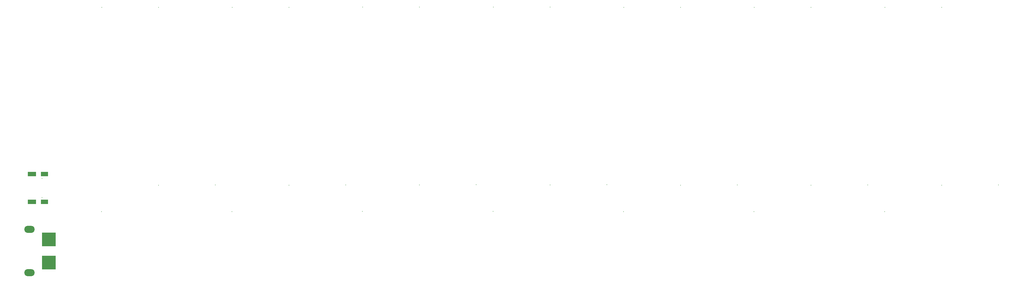
<source format=gbs>
G04*
G04 #@! TF.GenerationSoftware,Altium Limited,Altium Designer,18.1.7 (191)*
G04*
G04 Layer_Color=16711935*
%FSLAX44Y44*%
%MOMM*%
G71*
G01*
G75*
%ADD76R,4.2032X4.2032*%
%ADD77O,3.2032X2.2032*%
%ADD78C,0.2032*%
%ADD79R,2.2032X1.4032*%
%ADD80R,2.5032X1.4032*%
D76*
X310000Y301000D02*
D03*
Y229000D02*
D03*
D77*
X250000Y332500D02*
D03*
Y197500D02*
D03*
D78*
X1865000Y470648D02*
D03*
Y1023352D02*
D03*
X1689000Y1023000D02*
D03*
X1688000Y388000D02*
D03*
X2041000Y471000D02*
D03*
X650000Y469648D02*
D03*
Y1022352D02*
D03*
X474000Y1022000D02*
D03*
X473000Y387000D02*
D03*
X826000Y470000D02*
D03*
X1460000Y470648D02*
D03*
Y1023352D02*
D03*
X1284000Y1023000D02*
D03*
X1283000Y388000D02*
D03*
X1636000Y471000D02*
D03*
X1055000Y469648D02*
D03*
Y1022352D02*
D03*
X879000Y1022000D02*
D03*
X878000Y387000D02*
D03*
X1231000Y470000D02*
D03*
X289190Y491000D02*
D03*
Y431000D02*
D03*
X3080000Y469648D02*
D03*
Y1022352D02*
D03*
X2904000Y1022000D02*
D03*
X2903000Y387000D02*
D03*
X3256000Y470000D02*
D03*
X2675000Y469648D02*
D03*
Y1022352D02*
D03*
X2499000Y1022000D02*
D03*
X2498000Y387000D02*
D03*
X2851000Y470000D02*
D03*
X2270000Y469648D02*
D03*
Y1022352D02*
D03*
X2094000Y1022000D02*
D03*
X2093000Y387000D02*
D03*
X2446000Y470000D02*
D03*
D79*
X296360Y504200D02*
D03*
Y417700D02*
D03*
D80*
X257760Y504200D02*
D03*
Y417700D02*
D03*
M02*

</source>
